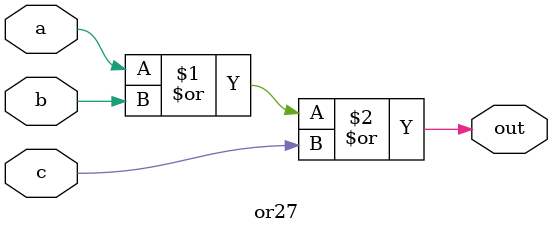
<source format=v>
module or27 (
  input a,
  input b,
  input c,
  output out
);

  assign out = (a | b | c );

endmodule
</source>
